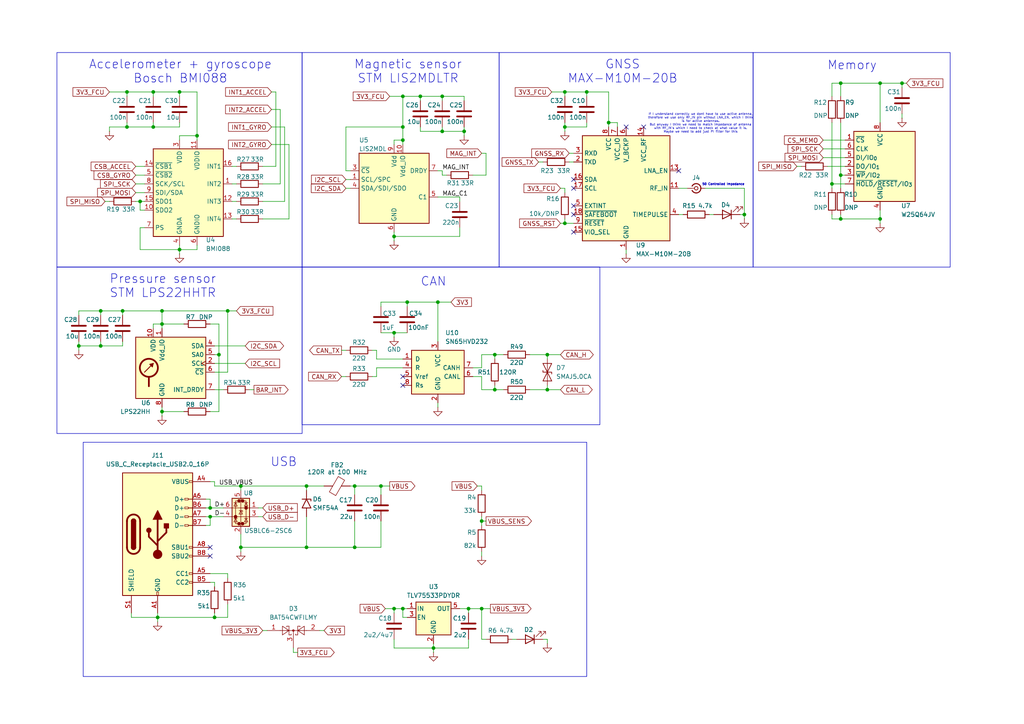
<source format=kicad_sch>
(kicad_sch (version 20250114) (generator "eeschema") (generator_version "9.0")
  (paper "A4")
  (rectangle (start 16.51 77.47) (end 87.63 125.73))
  (rectangle (start 218.44 15.24) (end 275.59 77.47))
  (rectangle (start 144.78 15.24) (end 218.44 77.47))
  (rectangle (start 16.51 15.24) (end 87.63 77.47))
  (rectangle (start 87.63 77.47) (end 173.99 123.19))
  (rectangle (start 87.63 15.24) (end 144.78 77.47))
  (rectangle (start 24.13 128.27) (end 170.18 196.215))
  (text "Accelerometer + gyroscope\nBosch BMI088" (at 52.324 20.828 0) (effects (font (size 2.54 2.54))))
  (text "USB" (at 82.296 134.112 0) (effects (font (size 2.54 2.54))))
  (text "50 Controlled Impedance" (at 209.804 53.594 0) (effects (font (size 0.635 0.635))))
  (text "Magnetic sensor\nSTM LIS2MDLTR" (at 118.364 20.828 0) (effects (font (size 2.54 2.54))))
  (text "If I understand correctly we dont have to use active antenna,\ntherefore we use only RF_IN pin without LNA_EN, which I think\nis for active antennas.\nBut anyway I think we need to match impedance of antenna\nwith RF_IN's which I need to check at what value it is.\nMaybe we need to add just PI filter for this" (at 203.2 35.814 0) (effects (font (size 0.635 0.635) (thickness 0.0794))))
  (text "GNSS\nMAX-M10M-20B" (at 180.594 20.828 0) (effects (font (size 2.54 2.54))))
  (text "Memory" (at 247.142 19.05 0) (effects (font (size 2.54 2.54))))
  (text "CAN" (at 125.73 81.788 0) (effects (font (size 2.54 2.54))))
  (text "Pressure sensor\nSTM LPS22HHTR" (at 47.244 83.058 0) (effects (font (size 2.54 2.54))))
  (junction (at 118.11 87.63))
  (junction (at 102.87 158.75))
  (junction (at 125.73 187.96))
  (junction (at 29.21 90.17))
  (junction (at 139.7 176.53))
  (junction (at 163.83 26.67))
  (junction (at 116.84 176.53))
  (junction (at 69.85 158.75))
  (junction (at 241.3 53.34))
  (junction (at 88.9 158.75))
  (junction (at 69.85 140.97))
  (junction (at 255.27 63.5))
  (junction (at 110.49 140.97))
  (junction (at 29.21 100.33))
  (junction (at 44.45 36.83))
  (junction (at 60.96 147.32))
  (junction (at 143.51 102.87))
  (junction (at 66.04 90.17))
  (junction (at 36.83 26.67))
  (junction (at 135.89 176.53))
  (junction (at 62.23 179.07))
  (junction (at 128.27 38.1))
  (junction (at 36.83 36.83))
  (junction (at 163.83 64.77))
  (junction (at 158.75 113.03))
  (junction (at 243.84 24.13))
  (junction (at 52.07 72.39))
  (junction (at 45.72 179.07))
  (junction (at 44.45 26.67))
  (junction (at 60.96 149.86))
  (junction (at 46.99 90.17))
  (junction (at 243.84 63.5))
  (junction (at 139.7 151.13))
  (junction (at 243.84 50.8))
  (junction (at 127 87.63))
  (junction (at 143.51 113.03))
  (junction (at 261.62 24.13))
  (junction (at 215.9 62.23))
  (junction (at 163.83 36.83))
  (junction (at 114.3 68.58))
  (junction (at 116.84 27.94))
  (junction (at 116.84 36.83))
  (junction (at 40.64 58.42))
  (junction (at 52.07 26.67))
  (junction (at 128.27 27.94))
  (junction (at 170.18 26.67))
  (junction (at 158.75 102.87))
  (junction (at 255.27 24.13))
  (junction (at 102.87 140.97))
  (junction (at 35.56 90.17))
  (junction (at 116.84 40.64))
  (junction (at 176.53 35.56))
  (junction (at 88.9 140.97))
  (junction (at 114.3 96.52))
  (junction (at 22.86 100.33))
  (junction (at 121.92 27.94))
  (junction (at 114.3 176.53))
  (junction (at 46.99 93.98))
  (junction (at 134.62 38.1))
  (junction (at 57.15 39.37))
  (junction (at 63.5 102.87))
  (junction (at 46.99 119.38))
  (no_connect (at 60.96 158.75))
  (no_connect (at 186.69 36.83))
  (no_connect (at 166.37 62.23))
  (no_connect (at 116.84 109.22))
  (no_connect (at 166.37 59.69))
  (no_connect (at 166.37 52.07))
  (no_connect (at 60.96 161.29))
  (no_connect (at 181.61 36.83))
  (no_connect (at 166.37 54.61))
  (no_connect (at 196.85 49.53))
  (no_connect (at 116.84 111.76))
  (no_connect (at 166.37 67.31))
  (wire (pts (xy 255.27 35.56) (xy 255.27 24.13)))
  (wire (pts (xy 44.45 26.67) (xy 44.45 27.94)))
  (wire (pts (xy 60.96 119.38) (xy 63.5 119.38)))
  (wire (pts (xy 31.75 36.83) (xy 36.83 36.83)))
  (wire (pts (xy 62.23 105.41) (xy 71.12 105.41)))
  (wire (pts (xy 39.37 53.34) (xy 41.91 53.34)))
  (wire (pts (xy 62.23 102.87) (xy 63.5 102.87)))
  (wire (pts (xy 88.9 149.86) (xy 88.9 158.75)))
  (wire (pts (xy 125.73 186.69) (xy 125.73 187.96)))
  (wire (pts (xy 163.83 26.67) (xy 163.83 27.94)))
  (wire (pts (xy 30.48 58.42) (xy 31.75 58.42)))
  (wire (pts (xy 215.9 62.23) (xy 215.9 54.61)))
  (wire (pts (xy 81.28 53.34) (xy 81.28 31.75)))
  (wire (pts (xy 143.51 113.03) (xy 146.05 113.03)))
  (wire (pts (xy 66.04 90.17) (xy 46.99 90.17)))
  (wire (pts (xy 162.56 102.87) (xy 158.75 102.87)))
  (wire (pts (xy 114.3 96.52) (xy 118.11 96.52)))
  (wire (pts (xy 40.64 60.96) (xy 40.64 58.42)))
  (wire (pts (xy 45.72 179.07) (xy 45.72 180.34)))
  (wire (pts (xy 92.71 182.88) (xy 93.98 182.88)))
  (wire (pts (xy 121.92 38.1) (xy 128.27 38.1)))
  (wire (pts (xy 143.51 102.87) (xy 146.05 102.87)))
  (wire (pts (xy 46.99 93.98) (xy 53.34 93.98)))
  (wire (pts (xy 68.58 48.26) (xy 67.31 48.26)))
  (wire (pts (xy 76.2 149.86) (xy 74.93 149.86)))
  (wire (pts (xy 128.27 50.8) (xy 129.54 50.8)))
  (wire (pts (xy 196.85 54.61) (xy 199.39 54.61)))
  (wire (pts (xy 114.3 68.58) (xy 114.3 69.85)))
  (wire (pts (xy 46.99 93.98) (xy 44.45 93.98)))
  (wire (pts (xy 100.33 49.53) (xy 100.33 36.83)))
  (wire (pts (xy 128.27 38.1) (xy 134.62 38.1)))
  (wire (pts (xy 76.2 48.26) (xy 80.01 48.26)))
  (wire (pts (xy 255.27 24.13) (xy 261.62 24.13)))
  (wire (pts (xy 46.99 119.38) (xy 46.99 120.65)))
  (wire (pts (xy 41.91 66.04) (xy 40.64 66.04)))
  (wire (pts (xy 163.83 35.56) (xy 163.83 36.83)))
  (wire (pts (xy 39.37 48.26) (xy 41.91 48.26)))
  (wire (pts (xy 109.22 101.6) (xy 109.22 104.14)))
  (wire (pts (xy 139.7 102.87) (xy 143.51 102.87)))
  (wire (pts (xy 22.86 91.44) (xy 22.86 90.17)))
  (wire (pts (xy 39.37 50.8) (xy 41.91 50.8)))
  (wire (pts (xy 215.9 63.5) (xy 215.9 62.23)))
  (wire (pts (xy 205.74 62.23) (xy 207.01 62.23)))
  (wire (pts (xy 76.2 58.42) (xy 82.55 58.42)))
  (wire (pts (xy 60.96 139.7) (xy 62.23 139.7)))
  (wire (pts (xy 109.22 106.68) (xy 116.84 106.68)))
  (wire (pts (xy 137.16 106.68) (xy 139.7 106.68)))
  (wire (pts (xy 148.59 185.42) (xy 149.86 185.42)))
  (wire (pts (xy 133.35 58.42) (xy 133.35 57.15)))
  (wire (pts (xy 52.07 39.37) (xy 57.15 39.37)))
  (wire (pts (xy 60.96 147.32) (xy 64.77 147.32)))
  (wire (pts (xy 133.35 66.04) (xy 133.35 68.58)))
  (wire (pts (xy 40.64 58.42) (xy 41.91 58.42)))
  (wire (pts (xy 52.07 72.39) (xy 57.15 72.39)))
  (wire (pts (xy 140.97 50.8) (xy 140.97 44.45)))
  (wire (pts (xy 139.7 149.86) (xy 139.7 151.13)))
  (wire (pts (xy 88.9 140.97) (xy 93.98 140.97)))
  (wire (pts (xy 125.73 187.96) (xy 114.3 187.96)))
  (wire (pts (xy 99.06 101.6) (xy 100.33 101.6)))
  (wire (pts (xy 114.3 68.58) (xy 133.35 68.58)))
  (wire (pts (xy 158.75 186.69) (xy 158.75 185.42)))
  (wire (pts (xy 163.83 26.67) (xy 170.18 26.67)))
  (wire (pts (xy 128.27 27.94) (xy 134.62 27.94)))
  (wire (pts (xy 109.22 109.22) (xy 107.95 109.22)))
  (wire (pts (xy 139.7 109.22) (xy 137.16 109.22)))
  (wire (pts (xy 66.04 90.17) (xy 68.58 90.17)))
  (wire (pts (xy 135.89 187.96) (xy 125.73 187.96)))
  (wire (pts (xy 52.07 35.56) (xy 52.07 36.83)))
  (wire (pts (xy 59.69 144.78) (xy 60.96 144.78)))
  (wire (pts (xy 134.62 27.94) (xy 134.62 29.21)))
  (wire (pts (xy 59.69 152.4) (xy 60.96 152.4)))
  (wire (pts (xy 243.84 35.56) (xy 243.84 50.8)))
  (wire (pts (xy 101.6 140.97) (xy 102.87 140.97)))
  (wire (pts (xy 170.18 26.67) (xy 176.53 26.67)))
  (wire (pts (xy 114.3 185.42) (xy 114.3 187.96)))
  (wire (pts (xy 62.23 113.03) (xy 64.77 113.03)))
  (wire (pts (xy 44.45 36.83) (xy 52.07 36.83)))
  (wire (pts (xy 29.21 100.33) (xy 35.56 100.33)))
  (wire (pts (xy 231.14 48.26) (xy 232.41 48.26)))
  (wire (pts (xy 88.9 140.97) (xy 88.9 142.24)))
  (wire (pts (xy 29.21 99.06) (xy 29.21 100.33)))
  (wire (pts (xy 36.83 26.67) (xy 44.45 26.67)))
  (wire (pts (xy 100.33 36.83) (xy 116.84 36.83)))
  (wire (pts (xy 102.87 151.13) (xy 102.87 158.75)))
  (wire (pts (xy 69.85 158.75) (xy 88.9 158.75)))
  (wire (pts (xy 139.7 140.97) (xy 139.7 142.24)))
  (wire (pts (xy 60.96 149.86) (xy 60.96 152.4)))
  (wire (pts (xy 116.84 27.94) (xy 116.84 36.83)))
  (wire (pts (xy 138.43 140.97) (xy 139.7 140.97)))
  (wire (pts (xy 68.58 58.42) (xy 67.31 58.42)))
  (wire (pts (xy 52.07 26.67) (xy 52.07 27.94)))
  (wire (pts (xy 176.53 26.67) (xy 176.53 35.56)))
  (wire (pts (xy 36.83 26.67) (xy 36.83 27.94)))
  (wire (pts (xy 139.7 102.87) (xy 139.7 106.68)))
  (wire (pts (xy 128.27 49.53) (xy 128.27 50.8)))
  (wire (pts (xy 78.74 26.67) (xy 80.01 26.67)))
  (wire (pts (xy 137.16 50.8) (xy 140.97 50.8)))
  (wire (pts (xy 116.84 27.94) (xy 121.92 27.94)))
  (wire (pts (xy 114.3 40.64) (xy 114.3 41.91)))
  (wire (pts (xy 204.47 54.61) (xy 215.9 54.61)))
  (wire (pts (xy 156.21 46.99) (xy 157.48 46.99)))
  (wire (pts (xy 109.22 104.14) (xy 116.84 104.14)))
  (wire (pts (xy 196.85 62.23) (xy 198.12 62.23)))
  (wire (pts (xy 36.83 35.56) (xy 36.83 36.83)))
  (wire (pts (xy 135.89 185.42) (xy 135.89 187.96)))
  (wire (pts (xy 22.86 90.17) (xy 29.21 90.17)))
  (wire (pts (xy 102.87 158.75) (xy 110.49 158.75)))
  (wire (pts (xy 163.83 36.83) (xy 170.18 36.83)))
  (wire (pts (xy 60.96 168.91) (xy 62.23 168.91)))
  (wire (pts (xy 82.55 58.42) (xy 82.55 36.83)))
  (wire (pts (xy 139.7 176.53) (xy 139.7 185.42)))
  (wire (pts (xy 215.9 62.23) (xy 214.63 62.23)))
  (wire (pts (xy 135.89 176.53) (xy 139.7 176.53)))
  (wire (pts (xy 127 116.84) (xy 127 118.11)))
  (wire (pts (xy 243.84 50.8) (xy 243.84 54.61)))
  (wire (pts (xy 116.84 36.83) (xy 116.84 40.64)))
  (wire (pts (xy 46.99 90.17) (xy 46.99 93.98)))
  (wire (pts (xy 45.72 177.8) (xy 45.72 179.07)))
  (wire (pts (xy 160.02 26.67) (xy 163.83 26.67)))
  (wire (pts (xy 81.28 31.75) (xy 78.74 31.75)))
  (wire (pts (xy 114.3 96.52) (xy 114.3 97.79)))
  (wire (pts (xy 76.2 182.88) (xy 77.47 182.88)))
  (wire (pts (xy 66.04 175.26) (xy 66.04 179.07)))
  (wire (pts (xy 69.85 160.02) (xy 69.85 158.75)))
  (wire (pts (xy 140.97 185.42) (xy 139.7 185.42)))
  (wire (pts (xy 121.92 36.83) (xy 121.92 38.1)))
  (wire (pts (xy 62.23 107.95) (xy 66.04 107.95)))
  (wire (pts (xy 116.84 176.53) (xy 118.11 176.53)))
  (wire (pts (xy 243.84 63.5) (xy 255.27 63.5)))
  (wire (pts (xy 118.11 87.63) (xy 118.11 88.9)))
  (wire (pts (xy 44.45 93.98) (xy 44.45 95.25)))
  (wire (pts (xy 241.3 63.5) (xy 243.84 63.5)))
  (wire (pts (xy 162.56 113.03) (xy 158.75 113.03)))
  (wire (pts (xy 100.33 52.07) (xy 101.6 52.07)))
  (wire (pts (xy 100.33 54.61) (xy 101.6 54.61)))
  (wire (pts (xy 59.69 147.32) (xy 60.96 147.32)))
  (wire (pts (xy 158.75 185.42) (xy 157.48 185.42)))
  (wire (pts (xy 102.87 140.97) (xy 102.87 143.51)))
  (wire (pts (xy 110.49 87.63) (xy 118.11 87.63)))
  (wire (pts (xy 60.96 166.37) (xy 66.04 166.37)))
  (wire (pts (xy 245.11 50.8) (xy 243.84 50.8)))
  (wire (pts (xy 110.49 140.97) (xy 110.49 143.51)))
  (wire (pts (xy 66.04 179.07) (xy 62.23 179.07)))
  (wire (pts (xy 29.21 90.17) (xy 29.21 91.44)))
  (wire (pts (xy 114.3 177.8) (xy 114.3 176.53)))
  (wire (pts (xy 170.18 35.56) (xy 170.18 36.83)))
  (wire (pts (xy 139.7 151.13) (xy 139.7 152.4)))
  (wire (pts (xy 133.35 176.53) (xy 135.89 176.53)))
  (wire (pts (xy 107.95 101.6) (xy 109.22 101.6)))
  (wire (pts (xy 35.56 99.06) (xy 35.56 100.33)))
  (wire (pts (xy 165.1 44.45) (xy 166.37 44.45)))
  (wire (pts (xy 127 57.15) (xy 133.35 57.15)))
  (wire (pts (xy 140.97 151.13) (xy 139.7 151.13)))
  (wire (pts (xy 158.75 113.03) (xy 158.75 111.76)))
  (wire (pts (xy 83.82 63.5) (xy 83.82 41.91)))
  (wire (pts (xy 243.84 62.23) (xy 243.84 63.5)))
  (wire (pts (xy 110.49 140.97) (xy 113.03 140.97)))
  (wire (pts (xy 53.34 119.38) (xy 46.99 119.38)))
  (wire (pts (xy 241.3 62.23) (xy 241.3 63.5)))
  (wire (pts (xy 125.73 187.96) (xy 125.73 189.23)))
  (wire (pts (xy 261.62 25.4) (xy 261.62 24.13)))
  (wire (pts (xy 46.99 118.11) (xy 46.99 119.38)))
  (wire (pts (xy 69.85 140.97) (xy 88.9 140.97)))
  (wire (pts (xy 118.11 179.07) (xy 116.84 179.07)))
  (wire (pts (xy 163.83 64.77) (xy 166.37 64.77)))
  (wire (pts (xy 40.64 72.39) (xy 52.07 72.39)))
  (wire (pts (xy 60.96 149.86) (xy 64.77 149.86)))
  (wire (pts (xy 241.3 53.34) (xy 241.3 54.61)))
  (wire (pts (xy 181.61 72.39) (xy 181.61 73.66)))
  (wire (pts (xy 76.2 147.32) (xy 74.93 147.32)))
  (wire (pts (xy 179.07 36.83) (xy 179.07 35.56)))
  (wire (pts (xy 57.15 71.12) (xy 57.15 72.39)))
  (wire (pts (xy 162.56 64.77) (xy 163.83 64.77)))
  (wire (pts (xy 99.06 109.22) (xy 100.33 109.22)))
  (wire (pts (xy 62.23 168.91) (xy 62.23 170.18)))
  (wire (pts (xy 163.83 55.88) (xy 163.83 54.61)))
  (wire (pts (xy 52.07 72.39) (xy 52.07 73.66)))
  (wire (pts (xy 44.45 36.83) (xy 36.83 36.83)))
  (wire (pts (xy 163.83 63.5) (xy 163.83 64.77)))
  (wire (pts (xy 29.21 90.17) (xy 35.56 90.17)))
  (wire (pts (xy 116.84 40.64) (xy 114.3 40.64)))
  (wire (pts (xy 76.2 53.34) (xy 81.28 53.34)))
  (wire (pts (xy 139.7 176.53) (xy 142.24 176.53)))
  (wire (pts (xy 238.76 43.18) (xy 245.11 43.18)))
  (wire (pts (xy 165.1 46.99) (xy 166.37 46.99)))
  (wire (pts (xy 110.49 96.52) (xy 114.3 96.52)))
  (wire (pts (xy 238.76 40.64) (xy 245.11 40.64)))
  (wire (pts (xy 72.39 113.03) (xy 73.66 113.03)))
  (wire (pts (xy 114.3 67.31) (xy 114.3 68.58)))
  (wire (pts (xy 62.23 179.07) (xy 45.72 179.07)))
  (wire (pts (xy 60.96 144.78) (xy 60.96 147.32)))
  (wire (pts (xy 121.92 27.94) (xy 128.27 27.94)))
  (wire (pts (xy 85.09 189.23) (xy 86.36 189.23)))
  (wire (pts (xy 241.3 53.34) (xy 245.11 53.34)))
  (wire (pts (xy 63.5 102.87) (xy 63.5 119.38)))
  (wire (pts (xy 22.86 100.33) (xy 29.21 100.33)))
  (wire (pts (xy 261.62 33.02) (xy 261.62 34.29)))
  (wire (pts (xy 127 87.63) (xy 130.81 87.63)))
  (wire (pts (xy 113.03 27.94) (xy 116.84 27.94)))
  (wire (pts (xy 59.69 149.86) (xy 60.96 149.86)))
  (wire (pts (xy 255.27 63.5) (xy 255.27 64.77)))
  (wire (pts (xy 162.56 54.61) (xy 163.83 54.61)))
  (wire (pts (xy 41.91 60.96) (xy 40.64 60.96)))
  (wire (pts (xy 135.89 176.53) (xy 135.89 177.8)))
  (wire (pts (xy 158.75 102.87) (xy 158.75 104.14)))
  (wire (pts (xy 111.76 176.53) (xy 114.3 176.53)))
  (wire (pts (xy 116.84 179.07) (xy 116.84 176.53)))
  (wire (pts (xy 52.07 39.37) (xy 52.07 40.64)))
  (wire (pts (xy 52.07 26.67) (xy 57.15 26.67)))
  (wire (pts (xy 241.3 27.94) (xy 241.3 24.13)))
  (wire (pts (xy 62.23 100.33) (xy 71.12 100.33)))
  (wire (pts (xy 139.7 113.03) (xy 139.7 109.22)))
  (wire (pts (xy 238.76 45.72) (xy 245.11 45.72)))
  (wire (pts (xy 38.1 179.07) (xy 45.72 179.07)))
  (wire (pts (xy 39.37 58.42) (xy 40.64 58.42)))
  (wire (pts (xy 134.62 36.83) (xy 134.62 38.1)))
  (wire (pts (xy 31.75 38.1) (xy 31.75 36.83)))
  (wire (pts (xy 68.58 53.34) (xy 67.31 53.34)))
  (wire (pts (xy 31.75 26.67) (xy 36.83 26.67)))
  (wire (pts (xy 62.23 139.7) (xy 62.23 140.97)))
  (wire (pts (xy 102.87 140.97) (xy 110.49 140.97)))
  (wire (pts (xy 85.09 187.96) (xy 85.09 189.23)))
  (wire (pts (xy 46.99 95.25) (xy 46.99 93.98)))
  (wire (pts (xy 35.56 90.17) (xy 46.99 90.17)))
  (wire (pts (xy 153.67 113.03) (xy 158.75 113.03)))
  (wire (pts (xy 69.85 140.97) (xy 69.85 142.24)))
  (wire (pts (xy 35.56 90.17) (xy 35.56 91.44)))
  (wire (pts (xy 76.2 63.5) (xy 83.82 63.5)))
  (wire (pts (xy 170.18 26.67) (xy 170.18 27.94)))
  (wire (pts (xy 153.67 102.87) (xy 158.75 102.87)))
  (wire (pts (xy 40.64 66.04) (xy 40.64 72.39)))
  (wire (pts (xy 69.85 154.94) (xy 69.85 158.75)))
  (wire (pts (xy 66.04 166.37) (xy 66.04 167.64)))
  (wire (pts (xy 44.45 35.56) (xy 44.45 36.83)))
  (wire (pts (xy 140.97 44.45) (xy 139.7 44.45)))
  (wire (pts (xy 127 87.63) (xy 127 99.06)))
  (wire (pts (xy 80.01 48.26) (xy 80.01 26.67)))
  (wire (pts (xy 66.04 107.95) (xy 66.04 90.17)))
  (wire (pts (xy 176.53 35.56) (xy 176.53 36.83)))
  (wire (pts (xy 143.51 111.76) (xy 143.51 113.03)))
  (wire (pts (xy 134.62 38.1) (xy 134.62 39.37)))
  (wire (pts (xy 63.5 93.98) (xy 63.5 102.87)))
  (wire (pts (xy 139.7 113.03) (xy 143.51 113.03)))
  (wire (pts (xy 22.86 99.06) (xy 22.86 100.33)))
  (wire (pts (xy 243.84 27.94) (xy 243.84 24.13)))
  (wire (pts (xy 38.1 177.8) (xy 38.1 179.07)))
  (wire (pts (xy 57.15 40.64) (xy 57.15 39.37)))
  (wire (pts (xy 116.84 41.91) (xy 116.84 40.64)))
  (wire (pts (xy 240.03 48.26) (xy 245.11 48.26)))
  (wire (pts (xy 121.92 27.94) (xy 121.92 29.21)))
  (wire (pts (xy 39.37 55.88) (xy 41.91 55.88)))
  (wire (pts (xy 261.62 24.13) (xy 262.89 24.13)))
  (wire (pts (xy 176.53 35.56) (xy 179.07 35.56)))
  (wire (pts (xy 127 49.53) (xy 128.27 49.53)))
  (wire (pts (xy 82.55 36.83) (xy 78.74 36.83)))
  (wire (pts (xy 109.22 106.68) (xy 109.22 109.22)))
  (wire (pts (xy 118.11 87.63) (xy 127 87.63)))
  (wire (pts (xy 44.45 26.67) (xy 52.07 26.67)))
  (wire (pts (xy 110.49 87.63) (xy 110.49 88.9)))
  (wire (pts (xy 255.27 60.96) (xy 255.27 63.5)))
  (wire (pts (xy 241.3 35.56) (xy 241.3 53.34)))
  (wire (pts (xy 163.83 38.1) (xy 163.83 36.83)))
  (wire (pts (xy 100.33 49.53) (xy 101.6 49.53)))
  (wire (pts (xy 243.84 24.13) (xy 255.27 24.13)))
  (wire (pts (xy 62.23 177.8) (xy 62.23 179.07)))
  (wire (pts (xy 78.74 41.91) (xy 83.82 41.91)))
  (wire (pts (xy 110.49 151.13) (xy 110.49 158.75)))
  (wire (pts (xy 68.58 63.5) (xy 67.31 63.5)))
  (wire (pts (xy 128.27 36.83) (xy 128.27 38.1)))
  (wire (pts (xy 88.9 158.75) (xy 102.87 158.75)))
  (wire (pts (xy 57.15 26.67) (xy 57.15 39.37)))
  (wire (pts (xy 241.3 24.13) (xy 243.84 24.13)))
  (wire (pts (xy 60.96 93.98) (xy 63.5 93.98)))
  (wire (pts (xy 62.23 140.97) (xy 69.85 140.97)))
  (wire (pts (xy 22.86 100.33) (xy 22.86 101.6)))
  (wire (pts (xy 143.51 102.87) (xy 143.51 104.14)))
  (wire (pts (xy 139.7 160.02) (xy 139.7 161.29)))
  (wire (pts (xy 52.07 71.12) (xy 52.07 72.39)))
  (wire (pts (xy 114.3 176.53) (xy 116.84 176.53)))
  (wire (pts (xy 128.27 29.21) (xy 128.27 27.94)))
  (label "MAG_C1" (at 128.27 57.15 0))
  (label "D+" (at 62.23 147.32 0))
  (label "MAG_INT" (at 128.27 49.53 0))
  (label "D-" (at 62.23 149.86 0))
  (label "USB_VBUS" (at 63.5 140.97 0))
  (global_label "3V3_FCU" (shape input) (at 68.58 90.17 0) (property "Intersheetrefs" "${INTERSHEET_REFS}" (effects (hide yes))))
  (global_label "CAN_TX" (shape output) (at 99.06 101.6 180) (property "Intersheetrefs" "${INTERSHEET_REFS}" (effects (hide yes))))
  (global_label "USB_D-" (shape input) (at 76.2 149.86 0) (property "Intersheetrefs" "${INTERSHEET_REFS}" (effects (hide yes))))
  (global_label "GNSS_TX" (shape input) (at 156.21 46.99 180) (property "Intersheetrefs" "${INTERSHEET_REFS}" (effects (hide yes))))
  (global_label "3V3" (shape input) (at 93.98 182.88 0) (property "Intersheetrefs" "${INTERSHEET_REFS}" (effects (hide yes))))
  (global_label "I2C_SDA" (shape bidirectional) (at 71.12 100.33 0) (property "Intersheetrefs" "${INTERSHEET_REFS}" (effects (hide yes))))
  (global_label "CAN_L" (shape bidirectional) (at 162.56 113.03 0) (property "Intersheetrefs" "${INTERSHEET_REFS}" (effects (hide yes))))
  (global_label "3V3_FCU" (shape output) (at 86.36 189.23 0) (property "Intersheetrefs" "${INTERSHEET_REFS}" (effects (hide yes))))
  (global_label "CAN_H" (shape bidirectional) (at 162.56 102.87 0) (property "Intersheetrefs" "${INTERSHEET_REFS}" (effects (hide yes))))
  (global_label "GNSS_RX" (shape input) (at 165.1 44.45 180) (property "Intersheetrefs" "${INTERSHEET_REFS}" (effects (hide yes))))
  (global_label "SPI_MISO" (shape input) (at 231.14 48.26 180) (property "Intersheetrefs" "${INTERSHEET_REFS}" (effects (hide yes))))
  (global_label "3V3_FCU" (shape input) (at 31.75 26.67 180) (property "Intersheetrefs" "${INTERSHEET_REFS}" (effects (hide yes))))
  (global_label "INT1_ACCEL" (shape input) (at 78.74 26.67 180) (property "Intersheetrefs" "${INTERSHEET_REFS}" (effects (hide yes))))
  (global_label "3V3_FCU" (shape input) (at 113.03 27.94 180) (property "Intersheetrefs" "${INTERSHEET_REFS}" (effects (hide yes))))
  (global_label "CAN_RX" (shape input) (at 99.06 109.22 180) (property "Intersheetrefs" "${INTERSHEET_REFS}" (effects (hide yes))))
  (global_label "INT2_GYRO" (shape input) (at 78.74 41.91 180) (property "Intersheetrefs" "${INTERSHEET_REFS}" (effects (hide yes))))
  (global_label "SPI_MISO" (shape input) (at 30.48 58.42 180) (property "Intersheetrefs" "${INTERSHEET_REFS}" (effects (hide yes))))
  (global_label "CSB_GYRO" (shape input) (at 39.37 50.8 180) (property "Intersheetrefs" "${INTERSHEET_REFS}" (effects (hide yes))))
  (global_label "BAR_INT" (shape output) (at 73.66 113.03 0) (property "Intersheetrefs" "${INTERSHEET_REFS}" (effects (hide yes))))
  (global_label "I2C_SCL" (shape input) (at 71.12 105.41 0) (property "Intersheetrefs" "${INTERSHEET_REFS}" (effects (hide yes))))
  (global_label "VBUS" (shape input) (at 111.76 176.53 180) (property "Intersheetrefs" "${INTERSHEET_REFS}" (effects (hide yes))))
  (global_label "VBUS_3V3" (shape output) (at 142.24 176.53 0) (property "Intersheetrefs" "${INTERSHEET_REFS}" (effects (hide yes))))
  (global_label "SPI_MOSI" (shape input) (at 39.37 55.88 180) (property "Intersheetrefs" "${INTERSHEET_REFS}" (effects (hide yes))))
  (global_label "CSB_ACCEL" (shape input) (at 39.37 48.26 180) (property "Intersheetrefs" "${INTERSHEET_REFS}" (effects (hide yes))))
  (global_label "3V3_FCU" (shape input) (at 162.56 54.61 180) (property "Intersheetrefs" "${INTERSHEET_REFS}" (effects (hide yes))))
  (global_label "MAG_INT" (shape input) (at 139.7 44.45 180) (property "Intersheetrefs" "${INTERSHEET_REFS}" (effects (hide yes))))
  (global_label "I2C_SDA" (shape input) (at 100.33 54.61 180) (property "Intersheetrefs" "${INTERSHEET_REFS}" (effects (hide yes))))
  (global_label "VBUS" (shape output) (at 113.03 140.97 0) (property "Intersheetrefs" "${INTERSHEET_REFS}" (effects (hide yes))))
  (global_label "INT2_ACCEL" (shape input) (at 78.74 31.75 180) (property "Intersheetrefs" "${INTERSHEET_REFS}" (effects (hide yes))))
  (global_label "SPI_MOSI" (shape input) (at 238.76 45.72 180) (property "Intersheetrefs" "${INTERSHEET_REFS}" (effects (hide yes))))
  (global_label "3V3_FCU" (shape input) (at 262.89 24.13 0) (property "Intersheetrefs" "${INTERSHEET_REFS}" (effects (hide yes))))
  (global_label "SPI_SCK" (shape input) (at 39.37 53.34 180) (property "Intersheetrefs" "${INTERSHEET_REFS}" (effects (hide yes))))
  (global_label "CS_MEMO" (shape input) (at 238.76 40.64 180) (property "Intersheetrefs" "${INTERSHEET_REFS}" (effects (hide yes))))
  (global_label "3V3" (shape input) (at 130.81 87.63 0) (property "Intersheetrefs" "${INTERSHEET_REFS}" (effects (hide yes))))
  (global_label "VBUS_3V3" (shape input) (at 76.2 182.88 180) (property "Intersheetrefs" "${INTERSHEET_REFS}" (effects (hide yes))))
  (global_label "SPI_SCK" (shape input) (at 238.76 43.18 180) (property "Intersheetrefs" "${INTERSHEET_REFS}" (effects (hide yes))))
  (global_label "VBUS_SENS" (shape output) (at 140.97 151.13 0) (property "Intersheetrefs" "${INTERSHEET_REFS}" (effects (hide yes))))
  (global_label "USB_D+" (shape input) (at 76.2 147.32 0) (property "Intersheetrefs" "${INTERSHEET_REFS}" (effects (hide yes))))
  (global_label "INT1_GYRO" (shape input) (at 78.74 36.83 180) (property "Intersheetrefs" "${INTERSHEET_REFS}" (effects (hide yes))))
  (global_label "GNSS_RST" (shape input) (at 162.56 64.77 180) (property "Intersheetrefs" "${INTERSHEET_REFS}" (effects (hide yes))))
  (global_label "3V3_FCU" (shape input) (at 160.02 26.67 180) (property "Intersheetrefs" "${INTERSHEET_REFS}" (effects (hide yes))))
  (global_label "VBUS" (shape input) (at 138.43 140.97 180) (property "Intersheetrefs" "${INTERSHEET_REFS}" (effects (hide yes))))
  (global_label "I2C_SCL" (shape input) (at 100.33 52.07 180) (property "Intersheetrefs" "${INTERSHEET_REFS}" (effects (hide yes))))
  (symbol (lib_id "Device:LED") (at 153.67 185.42 180) (unit 1)
    (property "Reference" "D2" (at 154.686 182.626 0) (effects (justify left)))
    (property "Value" "LED" (effects (hide yes)))
    (property "Footprint" "LED_SMD:LED_0805_2012Metric" (effects (hide yes)))
    (property "Description" "Light emitting diode" (effects (hide yes)))
    (property "Sim.Pins" "1=K 2=A" (effects (hide yes)))
  )
  (symbol (lib_id "power:GND") (at 215.9 63.5 0) (unit 1)
    (property "Reference" "#PWR027" (effects (hide yes)))
    (property "Value" "GND" (effects (hide yes)))
    (property "Description" "Power symbol creates a global label with name \"GND\" , ground" (effects (hide yes)))
  )
  (symbol (lib_id "Device:C") (at 128.27 33.02 0) (unit 1)
    (property "Reference" "C24" (at 123.952 30.48 0) (effects (justify left)))
    (property "Value" "100n" (at 123.19 35.306 0) (effects (justify left)))
    (property "Footprint" "Capacitor_SMD:C_0805_2012Metric" (effects (hide yes)))
    (property "Description" "Unpolarized capacitor" (effects (hide yes)))
  )
  (symbol (lib_id "Device:C") (at 163.83 31.75 0) (unit 1)
    (property "Reference" "C32" (at 159.512 29.21 0) (effects (justify left)))
    (property "Value" "100n" (at 158.75 34.036 0) (effects (justify left)))
    (property "Footprint" "Capacitor_SMD:C_0805_2012Metric" (effects (hide yes)))
    (property "Description" "Unpolarized capacitor" (effects (hide yes)))
  )
  (symbol (lib_id "Device:R") (at 66.04 171.45 0) (mirror x) (unit 1)
    (property "Reference" "R36" (at 67.564 169.672 0) (effects (justify left)))
    (property "Value" "5k1" (at 67.564 173.482 0) (effects (justify left)))
    (property "Footprint" "Resistor_SMD:R_0603_1608Metric" (effects (hide yes)))
    (property "Description" "Resistor" (effects (hide yes)))
  )
  (symbol (lib_id "power:GND") (at 125.73 189.23 0) (unit 1)
    (property "Reference" "#PWR012" (effects (hide yes)))
    (property "Value" "GND" (effects (hide yes)))
    (property "Description" "Power symbol creates a global label with name \"GND\" , ground" (effects (hide yes)))
  )
  (symbol (lib_id "power:GND") (at 139.7 161.29 0) (unit 1)
    (property "Reference" "#PWR013" (effects (hide yes)))
    (property "Value" "GND" (effects (hide yes)))
    (property "Description" "Power symbol creates a global label with name \"GND\" , ground" (effects (hide yes)))
  )
  (symbol (lib_id "Device:C") (at 29.21 95.25 0) (unit 1)
    (property "Reference" "C29" (at 24.892 92.71 0) (effects (justify left)))
    (property "Value" "100n" (at 24.13 97.536 0) (effects (justify left)))
    (property "Footprint" "Capacitor_SMD:C_0805_2012Metric" (effects (hide yes)))
    (property "Description" "Unpolarized capacitor" (effects (hide yes)))
  )
  (symbol (lib_id "power:GND") (at 255.27 64.77 0) (unit 1)
    (property "Reference" "#PWR023" (effects (hide yes)))
    (property "Value" "GND" (effects (hide yes)))
    (property "Description" "Power symbol creates a global label with name \"GND\" , ground" (effects (hide yes)))
  )
  (symbol (lib_id "power:GND") (at 261.62 34.29 0) (unit 1)
    (property "Reference" "#PWR024" (effects (hide yes)))
    (property "Value" "GND" (effects (hide yes)))
    (property "Description" "Power symbol creates a global label with name \"GND\" , ground" (effects (hide yes)))
  )
  (symbol (lib_id "power:GND") (at 52.07 73.66 0) (unit 1)
    (property "Reference" "#PWR017" (effects (hide yes)))
    (property "Value" "GND" (effects (hide yes)))
    (property "Description" "Power symbol creates a global label with name \"GND\" , ground" (effects (hide yes)))
  )
  (symbol (lib_id "Device:R") (at 68.58 113.03 270) (unit 1)
    (property "Reference" "R34" (at 64.77 110.998 90) (effects (justify left)))
    (property "Value" "33R" (at 68.834 110.998 90) (effects (justify left)))
    (property "Footprint" "Resistor_SMD:R_0603_1608Metric" (effects (hide yes)))
    (property "Description" "Resistor" (effects (hide yes)))
  )
  (symbol (lib_id "Device:C") (at 110.49 92.71 0) (unit 1)
    (property "Reference" "C33" (at 110.998 90.932 0) (effects (justify left)))
    (property "Value" "1uF" (at 110.744 94.996 0) (effects (justify left)))
    (property "Footprint" "Capacitor_SMD:C_0805_2012Metric" (effects (hide yes)))
    (property "Description" "Unpolarized capacitor" (effects (hide yes)))
  )
  (symbol (lib_id "Device:C") (at 102.87 147.32 0) (unit 1)
    (property "Reference" "C17" (at 98.298 145.034 0) (effects (justify left)))
    (property "Value" "22u" (at 98.552 149.86 0) (effects (justify left)))
    (property "Footprint" "Capacitor_SMD:C_0805_2012Metric" (effects (hide yes)))
    (property "Description" "Unpolarized capacitor" (effects (hide yes)))
  )
  (symbol (lib_id "Sensor_Magnetic:LIS2MDL") (at 114.3 54.61 0) (unit 1)
    (property "Reference" "U5" (at 104.14 40.64 0) (effects (justify left)))
    (property "Value" "LIS2MDL" (at 104.14 43.18 0) (effects (justify left)))
    (property "Footprint" "Package_LGA:LGA-12_2x2mm_P0.5mm" (effects (hide yes)))
    (property "Datasheet" "https://www.st.com/resource/en/datasheet/lis2mdl.pdf" (effects (hide yes)))
    (property "Description" "Ultra-low-power, 3-axis digital output magnetometer, LGA-12" (effects (hide yes)))
  )
  (symbol (lib_id "Device:R") (at 163.83 59.69 180) (unit 1)
    (property "Reference" "R16" (at 162.306 57.658 0) (effects (justify left)))
    (property "Value" "10k/DNP" (at 162.306 61.976 0) (effects (justify left)))
    (property "Footprint" "Resistor_SMD:R_0603_1608Metric" (effects (hide yes)))
    (property "Description" "Resistor" (effects (hide yes)))
  )
  (symbol (lib_id "Device:C") (at 22.86 95.25 0) (unit 1)
    (property "Reference" "C28" (at 18.542 92.71 0) (effects (justify left)))
    (property "Value" "10u" (at 19.05 97.536 0) (effects (justify left)))
    (property "Footprint" "Capacitor_SMD:C_0805_2012Metric" (effects (hide yes)))
    (property "Description" "Unpolarized capacitor" (effects (hide yes)))
  )
  (symbol (lib_id "Device:R") (at 143.51 107.95 180) (unit 1)
    (property "Reference" "R51" (at 140.462 107.95 0))
    (property "Value" "120R" (at 147.32 107.95 0))
    (property "Footprint" "Resistor_SMD:R_0603_1608Metric" (effects (hide yes)))
    (property "Description" "Resistor" (effects (hide yes)))
  )
  (symbol (lib_id "power:GND") (at 45.72 180.34 0) (mirror y) (unit 1)
    (property "Reference" "#PWR011" (effects (hide yes)))
    (property "Value" "GND" (effects (hide yes)))
    (property "Description" "Power symbol creates a global label with name \"GND\" , ground" (effects (hide yes)))
  )
  (symbol (lib_id "Device:R") (at 241.3 58.42 0) (mirror x) (unit 1)
    (property "Reference" "R11" (at 235.966 56.388 0) (effects (justify left)))
    (property "Value" "DNP" (at 235.966 60.198 0) (effects (justify left)))
    (property "Footprint" "Resistor_SMD:R_0201_0603Metric" (effects (hide yes)))
    (property "Description" "Resistor" (effects (hide yes)))
  )
  (symbol (lib_id "Device:R") (at 72.39 53.34 270) (unit 1)
    (property "Reference" "R28" (at 68.58 51.308 90) (effects (justify left)))
    (property "Value" "33R" (at 72.644 51.308 90) (effects (justify left)))
    (property "Footprint" "Resistor_SMD:R_0603_1608Metric" (effects (hide yes)))
    (property "Description" "Resistor" (effects (hide yes)))
  )
  (symbol (lib_id "Device:LED") (at 210.82 62.23 180) (unit 1)
    (property "Reference" "D4" (at 211.836 59.436 0) (effects (justify left)))
    (property "Value" "LED" (effects (hide yes)))
    (property "Footprint" "LED_SMD:LED_0805_2012Metric" (effects (hide yes)))
    (property "Description" "Light emitting diode" (effects (hide yes)))
    (property "Sim.Pins" "1=K 2=A" (effects (hide yes)))
  )
  (symbol (lib_id "Device:R") (at 72.39 63.5 270) (unit 1)
    (property "Reference" "R30" (at 68.58 61.468 90) (effects (justify left)))
    (property "Value" "33R" (at 72.644 61.468 90) (effects (justify left)))
    (property "Footprint" "Resistor_SMD:R_0603_1608Metric" (effects (hide yes)))
    (property "Description" "Resistor" (effects (hide yes)))
  )
  (symbol (lib_id "power:GND") (at 134.62 39.37 0) (unit 1)
    (property "Reference" "#PWR025" (effects (hide yes)))
    (property "Value" "GND" (effects (hide yes)))
    (property "Description" "Power symbol creates a global label with name \"GND\" , ground" (effects (hide yes)))
  )
  (symbol (lib_id "Device:R") (at 243.84 31.75 0) (mirror x) (unit 1)
    (property "Reference" "R9" (at 245.11 29.718 0) (effects (justify left)))
    (property "Value" "DNP" (at 245.11 33.528 0) (effects (justify left)))
    (property "Footprint" "Resistor_SMD:R_0201_0603Metric" (effects (hide yes)))
    (property "Description" "Resistor" (effects (hide yes)))
  )
  (symbol (lib_id "Device:C") (at 121.92 33.02 0) (unit 1)
    (property "Reference" "C26" (at 117.602 30.48 0) (effects (justify left)))
    (property "Value" "10u" (at 118.11 35.306 0) (effects (justify left)))
    (property "Footprint" "Capacitor_SMD:C_0805_2012Metric" (effects (hide yes)))
    (property "Description" "Unpolarized capacitor" (effects (hide yes)))
  )
  (symbol (lib_id "Device:R") (at 57.15 93.98 270) (mirror x) (unit 1)
    (property "Reference" "R7" (at 53.848 91.948 90) (effects (justify left)))
    (property "Value" "DNP" (at 57.658 91.948 90) (effects (justify left)))
    (property "Footprint" "Resistor_SMD:R_0201_0603Metric" (effects (hide yes)))
    (property "Description" "Resistor" (effects (hide yes)))
  )
  (symbol (lib_id "Device:C") (at 118.11 92.71 0) (unit 1)
    (property "Reference" "C34" (at 118.618 90.932 0) (effects (justify left)))
    (property "Value" "100nF" (at 118.364 94.996 0) (effects (justify left)))
    (property "Footprint" "Capacitor_SMD:C_0805_2012Metric" (effects (hide yes)))
    (property "Description" "Unpolarized capacitor" (effects (hide yes)))
  )
  (symbol (lib_id "Device:C") (at 36.83 31.75 0) (unit 1)
    (property "Reference" "C22" (at 32.512 29.21 0) (effects (justify left)))
    (property "Value" "100n" (at 31.75 34.036 0) (effects (justify left)))
    (property "Footprint" "Capacitor_SMD:C_0805_2012Metric" (effects (hide yes)))
    (property "Description" "Unpolarized capacitor" (effects (hide yes)))
  )
  (symbol (lib_id "power:GND") (at 158.75 186.69 0) (unit 1)
    (property "Reference" "#PWR015" (effects (hide yes)))
    (property "Value" "GND" (effects (hide yes)))
    (property "Description" "Power symbol creates a global label with name \"GND\" , ground" (effects (hide yes)))
  )
  (symbol (lib_id "Device:C") (at 114.3 181.61 0) (unit 1)
    (property "Reference" "C18" (at 109.728 179.324 0) (effects (justify left)))
    (property "Value" "2u2/4u7" (at 105.41 184.15 0) (effects (justify left)))
    (property "Footprint" "Capacitor_SMD:C_0805_2012Metric" (effects (hide yes)))
    (property "Description" "Unpolarized capacitor" (effects (hide yes)))
  )
  (symbol (lib_id "power:GND") (at 114.3 69.85 0) (unit 1)
    (property "Reference" "#PWR019" (effects (hide yes)))
    (property "Value" "GND" (effects (hide yes)))
    (property "Description" "Power symbol creates a global label with name \"GND\" , ground" (effects (hide yes)))
  )
  (symbol (lib_id "Device:R") (at 104.14 109.22 90) (unit 1)
    (property "Reference" "R33" (at 104.14 106.934 90))
    (property "Value" "22Ω" (at 104.14 111.506 90))
    (property "Footprint" "Resistor_SMD:R_0603_1608Metric" (effects (hide yes)))
    (property "Description" "Resistor" (effects (hide yes)))
  )
  (symbol (lib_id "Device:C") (at 170.18 31.75 0) (unit 1)
    (property "Reference" "C10" (at 165.862 29.21 0) (effects (justify left)))
    (property "Value" "100n" (at 165.1 34.036 0) (effects (justify left)))
    (property "Footprint" "Capacitor_SMD:C_0805_2012Metric" (effects (hide yes)))
    (property "Description" "Unpolarized capacitor" (effects (hide yes)))
  )
  (symbol (lib_id "Power_Protection:USBLC6-2SC6") (at 69.85 147.32 0) (mirror y) (unit 1)
    (property "Reference" "U8" (at 73.406 143.002 0) (effects (justify left)))
    (property "Value" "USBLC6-2SC6" (at 84.836 153.924 0) (effects (justify left)))
    (property "Footprint" "Package_TO_SOT_SMD:SOT-23-6" (effects (hide yes)))
    (property "Datasheet" "https://www.st.com/resource/en/datasheet/usblc6-2.pdf" (effects (hide yes)))
    (property "Description" "Very low capacitance ESD protection diode, 2 data-line, SOT-23-6" (effects (hide yes)))
  )
  (symbol (lib_id "Device:R") (at 133.35 50.8 270) (unit 1)
    (property "Reference" "R31" (at 129.54 53.086 90) (effects (justify left)))
    (property "Value" "33R" (at 133.604 53.086 90) (effects (justify left)))
    (property "Footprint" "Resistor_SMD:R_0603_1608Metric" (effects (hide yes)))
    (property "Description" "Resistor" (effects (hide yes)))
  )
  (symbol (lib_id "Device:R") (at 241.3 31.75 0) (mirror x) (unit 1)
    (property "Reference" "R12" (at 235.966 29.718 0) (effects (justify left)))
    (property "Value" "DNP" (at 235.966 33.528 0) (effects (justify left)))
    (property "Footprint" "Resistor_SMD:R_0201_0603Metric" (effects (hide yes)))
    (property "Description" "Resistor" (effects (hide yes)))
  )
  (symbol (lib_id "Device:C") (at 35.56 95.25 0) (unit 1)
    (property "Reference" "C27" (at 31.242 92.71 0) (effects (justify left)))
    (property "Value" "100n" (at 30.48 97.536 0) (effects (justify left)))
    (property "Footprint" "Capacitor_SMD:C_0805_2012Metric" (effects (hide yes)))
    (property "Description" "Unpolarized capacitor" (effects (hide yes)))
  )
  (symbol (lib_id "RF_GPS:MAX-M10S") (at 181.61 54.61 0) (unit 1)
    (property "Reference" "U9" (at 184.404 71.12 0) (effects (justify left)))
    (property "Value" "MAX-M10M-20B" (at 184.404 73.66 0) (effects (justify left)))
    (property "Footprint" "RF_GPS:ublox_MAX" (effects (hide yes)))
    (property "Datasheet" "https://content.u-blox.com/sites/default/files/MAX-M10S_DataSheet_UBX-20035208.pdf" (effects (hide yes)))
    (property "Description" "GNSS Module MAX M10, VCC 1.65V to 3.6V" (effects (hide yes)))
  )
  (symbol (lib_id "Device:R") (at 149.86 113.03 90) (unit 1)
    (property "Reference" "R50" (at 149.86 110.744 90))
    (property "Value" "22Ω" (at 149.86 115.316 90))
    (property "Footprint" "Resistor_SMD:R_0603_1608Metric" (effects (hide yes)))
    (property "Description" "Resistor" (effects (hide yes)))
  )
  (symbol (lib_id "Interface_CAN_LIN:SN65HVD230") (at 127 106.68 0) (unit 1)
    (property "Reference" "U10" (at 129.1433 96.52 0) (effects (justify left)))
    (property "Value" "SN65HVD232" (at 129.1433 99.06 0) (effects (justify left)))
    (property "Footprint" "Package_SO:SOIC-8_3.9x4.9mm_P1.27mm" (effects (hide yes)))
    (property "Datasheet" "http://www.ti.com/lit/ds/symlink/sn65hvd230.pdf" (effects (hide yes)))
    (property "Description" "CAN Bus Transceivers, 3.3V, 1Mbps, Low-Power capabilities, SOIC-8" (effects (hide yes)))
  )
  (symbol (lib_id "Device:R") (at 139.7 156.21 180) (unit 1)
    (property "Reference" "R5" (at 138.176 154.432 0) (effects (justify left)))
    (property "Value" "82k" (at 138.176 158.242 0) (effects (justify left)))
    (property "Footprint" "Resistor_SMD:R_0603_1608Metric" (effects (hide yes)))
    (property "Description" "Resistor" (effects (hide yes)))
  )
  (symbol (lib_id "Device:R") (at 35.56 58.42 90) (unit 1)
    (property "Reference" "R19" (at 32.766 60.706 90))
    (property "Value" "33R" (at 37.338 60.706 90))
    (property "Footprint" "Resistor_SMD:R_0603_1608Metric" (effects (hide yes)))
    (property "Description" "Resistor" (effects (hide yes)))
  )
  (symbol (lib_id "Device:R") (at 104.14 101.6 90) (unit 1)
    (property "Reference" "R32" (at 104.14 99.314 90))
    (property "Value" "22Ω" (at 104.14 103.886 90))
    (property "Footprint" "Resistor_SMD:R_0603_1608Metric" (effects (hide yes)))
    (property "Description" "Resistor" (effects (hide yes)))
  )
  (symbol (lib_id "power:GND") (at 181.61 73.66 0) (unit 1)
    (property "Reference" "#PWR021" (effects (hide yes)))
    (property "Value" "GND" (effects (hide yes)))
    (property "Description" "Power symbol creates a global label with name \"GND\" , ground" (effects (hide yes)))
  )
  (symbol (lib_id "Connector:USB_C_Receptacle_USB2.0_16P") (at 45.72 154.94 0) (unit 1)
    (property "Reference" "J11" (at 45.72 132.08 0))
    (property "Value" "USB_C_Receptacle_USB2.0_16P" (at 45.72 134.62 0))
    (property "Footprint" "Connector_USB:USB_C_Receptacle_GCT_USB4105-xx-A_16P_TopMnt_Horizontal" (effects (hide yes)))
    (property "Datasheet" "https://www.usb.org/sites/default/files/documents/usb_type-c.zip" (effects (hide yes)))
    (property "Description" "USB 2.0-only 16P Type-C Receptacle connector" (effects (hide yes)))
  )
  (symbol (lib_id "power:GND") (at 69.85 160.02 0) (mirror y) (unit 1)
    (property "Reference" "#PWR036" (effects (hide yes)))
    (property "Value" "GND" (effects (hide yes)))
    (property "Description" "Power symbol creates a global label with name \"GND\" , ground" (effects (hide yes)))
  )
  (symbol (lib_id "Device:C") (at 135.89 181.61 0) (unit 1)
    (property "Reference" "C19" (at 131.318 179.324 0) (effects (justify left)))
    (property "Value" "2u2" (at 131.572 184.15 0) (effects (justify left)))
    (property "Footprint" "Capacitor_SMD:C_0805_2012Metric" (effects (hide yes)))
    (property "Description" "Unpolarized capacitor" (effects (hide yes)))
  )
  (symbol (lib_id "Regulator_Linear:TLV75533PDBV") (at 125.73 179.07 0) (unit 1)
    (property "Reference" "U3" (at 125.73 170.18 0))
    (property "Value" "TLV75533PDYDR" (at 125.73 172.72 0))
    (property "Footprint" "Package_TO_SOT_SMD:SOT-23-5_HandSoldering" (effects (hide yes)))
    (property "Datasheet" "http://www.ti.com/lit/ds/symlink/tlv755p.pdf" (effects (hide yes)))
    (property "Description" "500mA Low Dropout Voltage Regulator, Fixed Output 3.3V, SOT-23-5" (effects (hide yes)))
  )
  (symbol (lib_id "Device:R") (at 57.15 119.38 270) (mirror x) (unit 1)
    (property "Reference" "R8" (at 53.848 117.348 90) (effects (justify left)))
    (property "Value" "DNP" (at 57.658 117.348 90) (effects (justify left)))
    (property "Footprint" "Resistor_SMD:R_0201_0603Metric" (effects (hide yes)))
    (property "Description" "Resistor" (effects (hide yes)))
  )
  (symbol (lib_id "Diode:SMF54A") (at 88.9 146.05 270) (unit 1)
    (property "Reference" "D6" (at 90.678 144.78 90) (effects (justify left)))
    (property "Value" "SMF54A" (at 90.678 147.32 90) (effects (justify left)))
    (property "Footprint" "Diode_SMD:D_SMF" (effects (hide yes)))
    (property "Datasheet" "https://www.vishay.com/doc?85881" (effects (hide yes)))
    (property "Description" "200W unidirectional Transil Transient Voltage Suppressor, 54Vrwm, SMF" (effects (hide yes)))
  )
  (symbol (lib_id "Device:R") (at 139.7 146.05 180) (unit 1)
    (property "Reference" "R4" (at 138.176 144.272 0) (effects (justify left)))
    (property "Value" "33k" (at 138.176 148.082 0) (effects (justify left)))
    (property "Footprint" "Resistor_SMD:R_0603_1608Metric" (effects (hide yes)))
    (property "Description" "Resistor" (effects (hide yes)))
  )
  (symbol (lib_id "Device:R") (at 144.78 185.42 90) (unit 1)
    (property "Reference" "R6" (at 141.478 182.88 90) (effects (justify right)))
    (property "Value" "4.7k" (at 144.78 182.88 90) (effects (justify right)))
    (property "Footprint" "Resistor_SMD:R_0603_1608Metric" (effects (hide yes)))
    (property "Description" "Resistor" (effects (hide yes)))
  )
  (symbol (lib_id "Device:R") (at 62.23 173.99 0) (mirror x) (unit 1)
    (property "Reference" "R35" (at 60.96 171.958 0) (effects (justify right)))
    (property "Value" "5k1" (at 60.96 175.768 0) (effects (justify right)))
    (property "Footprint" "Resistor_SMD:R_0603_1608Metric" (effects (hide yes)))
    (property "Description" "Resistor" (effects (hide yes)))
  )
  (symbol (lib_id "power:GND") (at 31.75 38.1 0) (unit 1)
    (property "Reference" "#PWR018" (effects (hide yes)))
    (property "Value" "GND" (effects (hide yes)))
    (property "Description" "Power symbol creates a global label with name \"GND\" , ground" (effects (hide yes)))
  )
  (symbol (lib_id "Device:R") (at 236.22 48.26 90) (unit 1)
    (property "Reference" "R22" (at 231.648 50.8 90) (effects (justify right)))
    (property "Value" "33R" (at 236.474 50.8 90) (effects (justify right)))
    (property "Footprint" "Resistor_SMD:R_0603_1608Metric" (effects (hide yes)))
    (property "Description" "Resistor" (effects (hide yes)))
  )
  (symbol (lib_id "Device:R") (at 149.86 102.87 90) (unit 1)
    (property "Reference" "R49" (at 149.86 100.584 90))
    (property "Value" "22Ω" (at 149.86 105.156 90))
    (property "Footprint" "Resistor_SMD:R_0603_1608Metric" (effects (hide yes)))
    (property "Description" "Resistor" (effects (hide yes)))
  )
  (symbol (lib_id "Diode:SMAJ5.0CA") (at 158.75 107.95 90) (unit 1)
    (property "Reference" "D7" (at 161.29 106.6799 90) (effects (justify right)))
    (property "Value" "SMAJ5.0CA" (at 161.29 109.2199 90) (effects (justify right)))
    (property "Footprint" "Diode_SMD:D_SMA" (effects (hide yes)))
    (property "Datasheet" "https://www.littelfuse.com/media?resourcetype=datasheets&itemid=75e32973-b177-4ee3-a0ff-cedaf1abdb93&filename=smaj-datasheet" (effects (hide yes)))
    (property "Description" "400W bidirectional Transient Voltage Suppressor, 5.0Vr, SMA(DO-214AC)" (effects (hide yes)))
  )
  (symbol (lib_id "power:GND") (at 163.83 38.1 0) (unit 1)
    (property "Reference" "#PWR022" (effects (hide yes)))
    (property "Value" "GND" (effects (hide yes)))
    (property "Description" "Power symbol creates a global label with name \"GND\" , ground" (effects (hide yes)))
  )
  (symbol (lib_id "Device:C") (at 133.35 62.23 0) (unit 1)
    (property "Reference" "C23" (at 129.032 59.69 0) (effects (justify left)))
    (property "Value" "220n" (at 128.27 64.516 0) (effects (justify left)))
    (property "Footprint" "Capacitor_SMD:C_0805_2012Metric" (effects (hide yes)))
    (property "Description" "Unpolarized capacitor" (effects (hide yes)))
  )
  (symbol (lib_id "Device:FerriteBead") (at 97.79 140.97 90) (unit 1)
    (property "Reference" "FB2" (at 97.79 134.874 90))
    (property "Value" "120R at 100 MHz" (at 97.79 136.906 90))
    (property "Footprint" "Inductor_SMD:L_0805_2012Metric" (effects (hide yes)))
    (property "Description" "Ferrite bead" (effects (hide yes)))
  )
  (symbol (lib_id "Device:R") (at 72.39 48.26 270) (unit 1)
    (property "Reference" "R27" (at 68.58 46.228 90) (effects (justify left)))
    (property "Value" "33R" (at 72.644 46.228 90) (effects (justify left)))
    (property "Footprint" "Resistor_SMD:R_0603_1608Metric" (effects (hide yes)))
    (property "Description" "Resistor" (effects (hide yes)))
  )
  (symbol (lib_id "power:GND") (at 127 118.11 0) (unit 1)
    (property "Reference" "#PWR029" (effects (hide yes)))
    (property "Value" "GND" (effects (hide yes)))
    (property "Description" "Power symbol creates a global label with name \"GND\" , ground" (effects (hide yes)))
  )
  (symbol (lib_id "power:GND") (at 114.3 97.79 0) (unit 1)
    (property "Reference" "#PWR028" (effects (hide yes)))
    (property "Value" "GND" (at 114.3 101.346 0))
    (property "Description" "Power symbol creates a global label with name \"GND\" , ground" (effects (hide yes)))
  )
  (symbol (lib_id "Connector:Conn_Coaxial_Small") (at 201.93 54.61 0) (unit 1)
    (property "Reference" "J4" (at 201.93 51.562 0))
    (property "Value" "Conn_Coaxial_Small" (effects (hide yes)))
    (property "Footprint" "Connector_Coaxial:SMA_Amphenol_901-143_Horizontal" (effects (hide yes)))
    (property "Description" "small coaxial connector (BNC, SMA, SMB, SMC, Cinch/RCA, LEMO, ...)" (effects (hide yes)))
  )
  (symbol (lib_id "Device:C") (at 44.45 31.75 0) (unit 1)
    (property "Reference" "C21" (at 40.132 29.21 0) (effects (justify left)))
    (property "Value" "100n" (at 39.37 34.036 0) (effects (justify left)))
    (property "Footprint" "Capacitor_SMD:C_0805_2012Metric" (effects (hide yes)))
    (property "Description" "Unpolarized capacitor" (effects (hide yes)))
  )
  (symbol (lib_id "Diode:BAT54CW") (at 85.09 182.88 0) (unit 1)
    (property "Reference" "D3" (at 85.09 176.53 0))
    (property "Value" "BAT54CWFILMY" (at 85.09 179.07 0))
    (property "Footprint" "Package_TO_SOT_SMD:SOT-323_SC-70" (effects (hide yes)))
    (property "Datasheet" "https://assets.nexperia.com/documents/data-sheet/BAT54W_SER.pdf" (effects (hide yes)))
    (property "Description" "Dual schottky barrier diode, common cathode, SOT-323" (effects (hide yes)))
  )
  (symbol (lib_id "Device:R") (at 72.39 58.42 270) (unit 1)
    (property "Reference" "R29" (at 68.58 56.388 90) (effects (justify left)))
    (property "Value" "33R" (at 72.644 56.388 90) (effects (justify left)))
    (property "Footprint" "Resistor_SMD:R_0603_1608Metric" (effects (hide yes)))
    (property "Description" "Resistor" (effects (hide yes)))
  )
  (symbol (lib_id "Device:C") (at 134.62 33.02 0) (unit 1)
    (property "Reference" "C25" (at 130.302 30.48 0) (effects (justify left)))
    (property "Value" "100n" (at 129.54 35.306 0) (effects (justify left)))
    (property "Footprint" "Capacitor_SMD:C_0805_2012Metric" (effects (hide yes)))
    (property "Description" "Unpolarized capacitor" (effects (hide yes)))
  )
  (symbol (lib_id "Device:R") (at 161.29 46.99 90) (unit 1)
    (property "Reference" "R23" (at 156.718 49.53 90) (effects (justify right)))
    (property "Value" "33R" (at 161.544 49.53 90) (effects (justify right)))
    (property "Footprint" "Resistor_SMD:R_0603_1608Metric" (effects (hide yes)))
    (property "Description" "Resistor" (effects (hide yes)))
  )
  (symbol (lib_id "power:GND") (at 46.99 120.65 0) (unit 1)
    (property "Reference" "#PWR020" (effects (hide yes)))
    (property "Value" "GND" (effects (hide yes)))
    (property "Description" "Power symbol creates a global label with name \"GND\" , ground" (effects (hide yes)))
  )
  (symbol (lib_id "power:GND") (at 22.86 101.6 0) (unit 1)
    (property "Reference" "#PWR026" (effects (hide yes)))
    (property "Value" "GND" (effects (hide yes)))
    (property "Description" "Power symbol creates a global label with name \"GND\" , ground" (effects (hide yes)))
  )
  (symbol (lib_id "Device:R") (at 201.93 62.23 90) (unit 1)
    (property "Reference" "R15" (at 197.866 59.69 90) (effects (justify right)))
    (property "Value" "4.7k" (at 202.438 59.69 90) (effects (justify right)))
    (property "Footprint" "Resistor_SMD:R_0603_1608Metric" (effects (hide yes)))
    (property "Description" "Resistor" (effects (hide yes)))
  )
  (symbol (lib_id "Sensor_Pressure:LPS22HH") (at 49.53 107.95 0) (unit 1)
    (property "Reference" "U6" (at 43.688 116.84 0) (effects (justify right)))
    (property "Value" "LPS22HH" (at 43.688 119.38 0) (effects (justify right)))
    (property "Footprint" "Package_LGA:ST_HLGA-10_2x2mm_P0.5mm_LayoutBorder3x2y" (effects (hide yes)))
    (property "Datasheet" "https://www.st.com/resource/en/datasheet/lps22hh.pdf" (effects (hide yes)))
    (property "Description" "MEMS nano pressure sensor, 260-1260 hPa, absolute digital output baromeeter, 24 bit, SPI, I2C, I3C, 0.65 Pa noise rms, ST_HLGA-10L" (effects (hide yes)))
  )
  (symbol (lib_id "Device:R") (at 243.84 58.42 0) (mirror x) (unit 1)
    (property "Reference" "R10" (at 244.856 56.388 0) (effects (justify left)))
    (property "Value" "DNP" (at 244.856 60.198 0) (effects (justify left)))
    (property "Footprint" "Resistor_SMD:R_0201_0603Metric" (effects (hide yes)))
    (property "Description" "Resistor" (effects (hide yes)))
  )
  (symbol (lib_id "Sensor_Motion:BMI088") (at 54.61 55.88 0) (unit 1)
    (property "Reference" "U4" (at 59.69 69.596 0) (effects (justify left)))
    (property "Value" "BMI088" (at 59.69 72.136 0) (effects (justify left)))
    (property "Footprint" "Package_LGA:Bosch_LGA-16_4.5x3mm_P0.5mm_LayoutBorder7x1y_ClockwisePinNumbering" (effects (hide yes)))
    (property "Datasheet" "https://www.bosch-sensortec.com/media/boschsensortec/downloads/datasheets/bst-bmi088-ds001.pdf" (effects (hide yes)))
    (property "Description" "Accelerometer, Gyroscope, 6-Axis Sensor, I2C / SPI interface, LGA-16" (effects (hide yes)))
  )
  (symbol (lib_id "Memory_Flash:W25Q16JVSS") (at 255.27 48.26 0) (unit 1)
    (property "Reference" "U7" (at 261.366 59.69 0) (effects (justify left)))
    (property "Value" "W25Q64JV" (at 261.366 62.23 0) (effects (justify left)))
    (property "Footprint" "Package_SO:SOIC-8_5.3x5.3mm_P1.27mm" (effects (hide yes)))
    (property "Datasheet" "https://www.winbond.com/hq/support/documentation/levelOne.jsp?__locale=en&DocNo=DA00-W25Q16JV.1" (effects (hide yes)))
    (property "Description" "16Mbit / 2MiB Serial Flash Memory, Standard/Dual/Quad SPI, 2.7-3.6V, SOIC-8 (208 mil)" (effects (hide yes)))
  )
  (symbol (lib_id "Device:C") (at 110.49 147.32 0) (unit 1)
    (property "Reference" "C20" (at 105.918 145.034 0) (effects (justify left)))
    (property "Value" "100n" (at 105.41 149.86 0) (effects (justify left)))
    (property "Footprint" "Capacitor_SMD:C_0805_2012Metric" (effects (hide yes)))
    (property "Description" "Unpolarized capacitor" (effects (hide yes)))
  )
  (symbol (lib_id "Device:C") (at 52.07 31.75 0) (unit 1)
    (property "Reference" "C30" (at 47.752 29.21 0) (effects (justify left)))
    (property "Value" "10u" (at 48.26 34.036 0) (effects (justify left)))
    (property "Footprint" "Capacitor_SMD:C_0805_2012Metric" (effects (hide yes)))
    (property "Description" "Unpolarized capacitor" (effects (hide yes)))
  )
  (symbol (lib_id "Device:C") (at 261.62 29.21 0) (unit 1)
    (property "Reference" "C31" (at 257.302 26.67 0) (effects (justify left)))
    (property "Value" "100n" (at 256.54 31.496 0) (effects (justify left)))
    (property "Footprint" "Capacitor_SMD:C_0805_2012Metric" (effects (hide yes)))
    (property "Description" "Unpolarized capacitor" (effects (hide yes)))
  )
)
</source>
